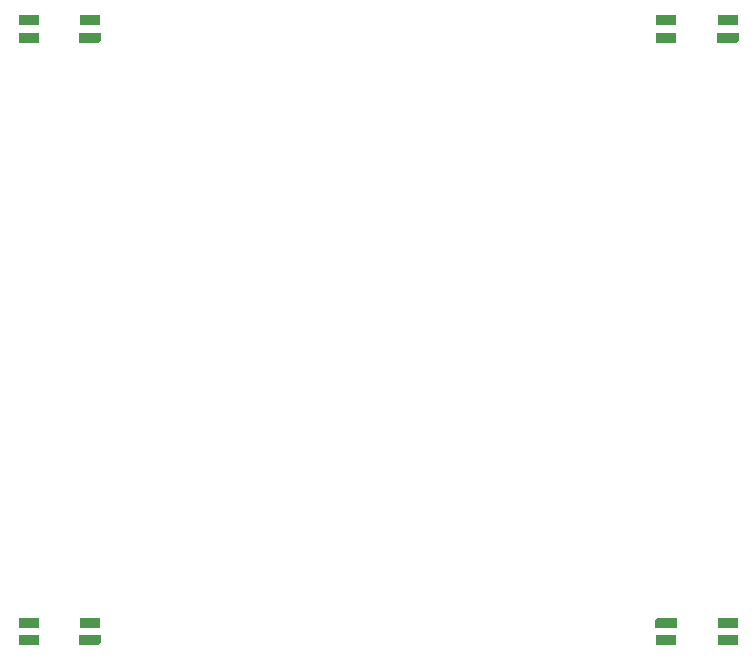
<source format=gbp>
G04 #@! TF.GenerationSoftware,KiCad,Pcbnew,8.0.6*
G04 #@! TF.CreationDate,2024-10-20T21:42:17+02:00*
G04 #@! TF.ProjectId,macropad,6d616372-6f70-4616-942e-6b696361645f,v7.6*
G04 #@! TF.SameCoordinates,Original*
G04 #@! TF.FileFunction,Paste,Bot*
G04 #@! TF.FilePolarity,Positive*
%FSLAX46Y46*%
G04 Gerber Fmt 4.6, Leading zero omitted, Abs format (unit mm)*
G04 Created by KiCad (PCBNEW 8.0.6) date 2024-10-20 21:42:17*
%MOMM*%
%LPD*%
G01*
G04 APERTURE LIST*
G04 Aperture macros list*
%AMOutline5P*
0 Free polygon, 5 corners , with rotation*
0 The origin of the aperture is its center*
0 number of corners: always 5*
0 $1 to $10 corner X, Y*
0 $11 Rotation angle, in degrees counterclockwise*
0 create outline with 5 corners*
4,1,5,$1,$2,$3,$4,$5,$6,$7,$8,$9,$10,$1,$2,$11*%
%AMOutline6P*
0 Free polygon, 6 corners , with rotation*
0 The origin of the aperture is its center*
0 number of corners: always 6*
0 $1 to $12 corner X, Y*
0 $13 Rotation angle, in degrees counterclockwise*
0 create outline with 6 corners*
4,1,6,$1,$2,$3,$4,$5,$6,$7,$8,$9,$10,$11,$12,$1,$2,$13*%
%AMOutline7P*
0 Free polygon, 7 corners , with rotation*
0 The origin of the aperture is its center*
0 number of corners: always 7*
0 $1 to $14 corner X, Y*
0 $15 Rotation angle, in degrees counterclockwise*
0 create outline with 7 corners*
4,1,7,$1,$2,$3,$4,$5,$6,$7,$8,$9,$10,$11,$12,$13,$14,$1,$2,$15*%
%AMOutline8P*
0 Free polygon, 8 corners , with rotation*
0 The origin of the aperture is its center*
0 number of corners: always 8*
0 $1 to $16 corner X, Y*
0 $17 Rotation angle, in degrees counterclockwise*
0 create outline with 8 corners*
4,1,8,$1,$2,$3,$4,$5,$6,$7,$8,$9,$10,$11,$12,$13,$14,$15,$16,$1,$2,$17*%
G04 Aperture macros list end*
%ADD10R,1.800000X0.820000*%
%ADD11Outline5P,-0.900000X0.410000X0.900000X0.410000X0.900000X-0.246000X0.736000X-0.410000X-0.900000X-0.410000X180.000000*%
%ADD12Outline5P,-0.900000X0.410000X0.900000X0.410000X0.900000X-0.246000X0.736000X-0.410000X-0.900000X-0.410000X0.000000*%
G04 APERTURE END LIST*
D10*
G04 #@! TO.C,D22*
X69850000Y-93930000D03*
D11*
X64650000Y-93930000D03*
D10*
X64650000Y-95430000D03*
X69850000Y-95430000D03*
G04 #@! TD*
G04 #@! TO.C,D17*
X64650000Y-44430000D03*
D12*
X69850000Y-44430000D03*
D10*
X69850000Y-42930000D03*
X64650000Y-42930000D03*
G04 #@! TD*
G04 #@! TO.C,D18*
X10650000Y-44430000D03*
D12*
X15850000Y-44430000D03*
D10*
X15850000Y-42930000D03*
X10650000Y-42930000D03*
G04 #@! TD*
G04 #@! TO.C,D21*
X10650000Y-95430000D03*
D12*
X15850000Y-95430000D03*
D10*
X15850000Y-93930000D03*
X10650000Y-93930000D03*
G04 #@! TD*
M02*

</source>
